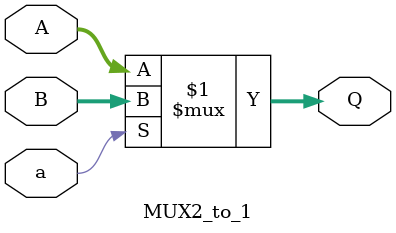
<source format=v>
module MUX2_to_1 (input [31:0] A, 
									input [31:0] B, 
									input a, 
									output [31:0] Q);

	assign Q = a ? B : A;

endmodule
</source>
